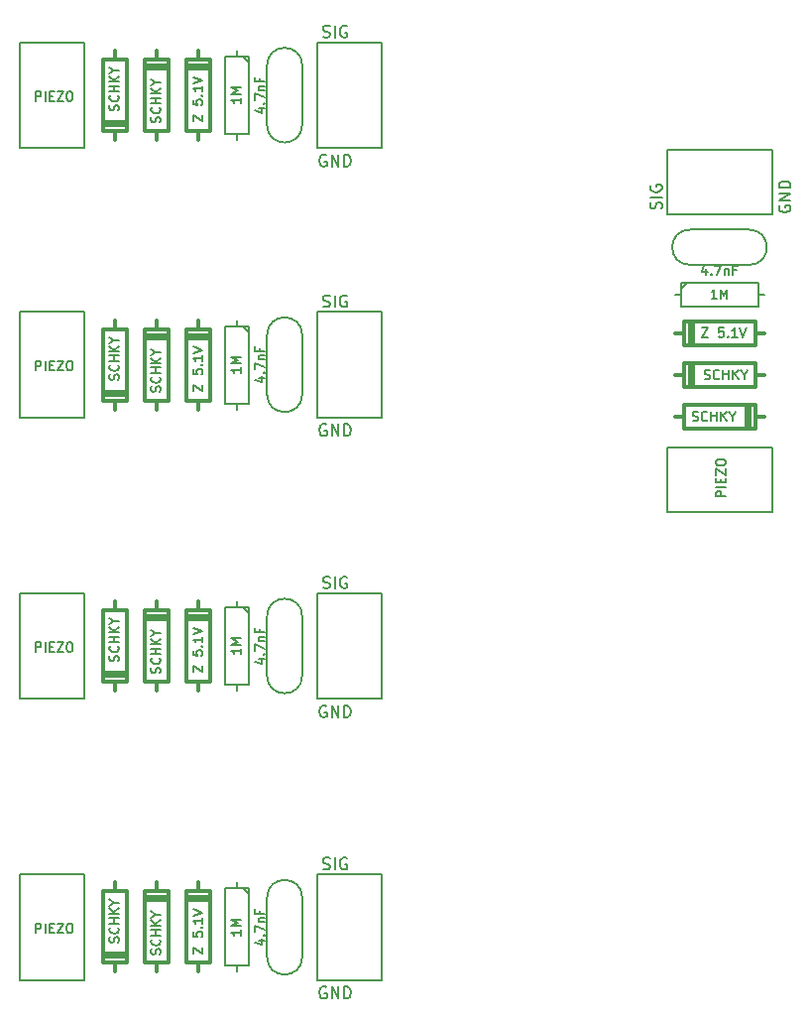
<source format=gto>
G04 (created by PCBNEW (2013-jul-07)-stable) date Sun 15 Mar 2015 20:22:26 GMT*
%MOIN*%
G04 Gerber Fmt 3.4, Leading zero omitted, Abs format*
%FSLAX34Y34*%
G01*
G70*
G90*
G04 APERTURE LIST*
%ADD10C,0.00590551*%
%ADD11C,0.00787402*%
%ADD12C,0.008*%
%ADD13C,0.012*%
G04 APERTURE END LIST*
G54D10*
G54D11*
X98959Y-63198D02*
X98978Y-63142D01*
X98978Y-63048D01*
X98959Y-63010D01*
X98940Y-62992D01*
X98903Y-62973D01*
X98865Y-62973D01*
X98828Y-62992D01*
X98809Y-63010D01*
X98790Y-63048D01*
X98772Y-63123D01*
X98753Y-63160D01*
X98734Y-63179D01*
X98697Y-63198D01*
X98659Y-63198D01*
X98622Y-63179D01*
X98603Y-63160D01*
X98584Y-63123D01*
X98584Y-63029D01*
X98603Y-62973D01*
X98978Y-62804D02*
X98584Y-62804D01*
X98603Y-62410D02*
X98584Y-62448D01*
X98584Y-62504D01*
X98603Y-62560D01*
X98640Y-62598D01*
X98678Y-62617D01*
X98753Y-62635D01*
X98809Y-62635D01*
X98884Y-62617D01*
X98922Y-62598D01*
X98959Y-62560D01*
X98978Y-62504D01*
X98978Y-62467D01*
X98959Y-62410D01*
X98940Y-62392D01*
X98809Y-62392D01*
X98809Y-62467D01*
X102934Y-63095D02*
X102915Y-63132D01*
X102915Y-63188D01*
X102934Y-63245D01*
X102971Y-63282D01*
X103008Y-63301D01*
X103083Y-63320D01*
X103140Y-63320D01*
X103215Y-63301D01*
X103252Y-63282D01*
X103290Y-63245D01*
X103308Y-63188D01*
X103308Y-63151D01*
X103290Y-63095D01*
X103271Y-63076D01*
X103140Y-63076D01*
X103140Y-63151D01*
X103308Y-62907D02*
X102915Y-62907D01*
X103308Y-62682D01*
X102915Y-62682D01*
X103308Y-62495D02*
X102915Y-62495D01*
X102915Y-62401D01*
X102934Y-62345D01*
X102971Y-62307D01*
X103008Y-62289D01*
X103083Y-62270D01*
X103140Y-62270D01*
X103215Y-62289D01*
X103252Y-62307D01*
X103290Y-62345D01*
X103308Y-62401D01*
X103308Y-62495D01*
X87692Y-89351D02*
X87654Y-89332D01*
X87598Y-89332D01*
X87542Y-89351D01*
X87504Y-89388D01*
X87485Y-89426D01*
X87467Y-89501D01*
X87467Y-89557D01*
X87485Y-89632D01*
X87504Y-89670D01*
X87542Y-89707D01*
X87598Y-89726D01*
X87635Y-89726D01*
X87692Y-89707D01*
X87710Y-89688D01*
X87710Y-89557D01*
X87635Y-89557D01*
X87879Y-89726D02*
X87879Y-89332D01*
X88104Y-89726D01*
X88104Y-89332D01*
X88292Y-89726D02*
X88292Y-89332D01*
X88385Y-89332D01*
X88442Y-89351D01*
X88479Y-89388D01*
X88498Y-89426D01*
X88517Y-89501D01*
X88517Y-89557D01*
X88498Y-89632D01*
X88479Y-89670D01*
X88442Y-89707D01*
X88385Y-89726D01*
X88292Y-89726D01*
X87589Y-85376D02*
X87645Y-85395D01*
X87739Y-85395D01*
X87776Y-85376D01*
X87795Y-85358D01*
X87814Y-85320D01*
X87814Y-85283D01*
X87795Y-85245D01*
X87776Y-85226D01*
X87739Y-85208D01*
X87664Y-85189D01*
X87626Y-85170D01*
X87607Y-85151D01*
X87589Y-85114D01*
X87589Y-85076D01*
X87607Y-85039D01*
X87626Y-85020D01*
X87664Y-85001D01*
X87757Y-85001D01*
X87814Y-85020D01*
X87982Y-85395D02*
X87982Y-85001D01*
X88376Y-85020D02*
X88338Y-85001D01*
X88282Y-85001D01*
X88226Y-85020D01*
X88188Y-85058D01*
X88170Y-85095D01*
X88151Y-85170D01*
X88151Y-85226D01*
X88170Y-85301D01*
X88188Y-85339D01*
X88226Y-85376D01*
X88282Y-85395D01*
X88320Y-85395D01*
X88376Y-85376D01*
X88395Y-85358D01*
X88395Y-85226D01*
X88320Y-85226D01*
X87589Y-75928D02*
X87645Y-75946D01*
X87739Y-75946D01*
X87776Y-75928D01*
X87795Y-75909D01*
X87814Y-75871D01*
X87814Y-75834D01*
X87795Y-75796D01*
X87776Y-75778D01*
X87739Y-75759D01*
X87664Y-75740D01*
X87626Y-75721D01*
X87607Y-75703D01*
X87589Y-75665D01*
X87589Y-75628D01*
X87607Y-75590D01*
X87626Y-75571D01*
X87664Y-75553D01*
X87757Y-75553D01*
X87814Y-75571D01*
X87982Y-75946D02*
X87982Y-75553D01*
X88376Y-75571D02*
X88338Y-75553D01*
X88282Y-75553D01*
X88226Y-75571D01*
X88188Y-75609D01*
X88170Y-75646D01*
X88151Y-75721D01*
X88151Y-75778D01*
X88170Y-75853D01*
X88188Y-75890D01*
X88226Y-75928D01*
X88282Y-75946D01*
X88320Y-75946D01*
X88376Y-75928D01*
X88395Y-75909D01*
X88395Y-75778D01*
X88320Y-75778D01*
X87692Y-79902D02*
X87654Y-79883D01*
X87598Y-79883D01*
X87542Y-79902D01*
X87504Y-79940D01*
X87485Y-79977D01*
X87467Y-80052D01*
X87467Y-80108D01*
X87485Y-80183D01*
X87504Y-80221D01*
X87542Y-80258D01*
X87598Y-80277D01*
X87635Y-80277D01*
X87692Y-80258D01*
X87710Y-80239D01*
X87710Y-80108D01*
X87635Y-80108D01*
X87879Y-80277D02*
X87879Y-79883D01*
X88104Y-80277D01*
X88104Y-79883D01*
X88292Y-80277D02*
X88292Y-79883D01*
X88385Y-79883D01*
X88442Y-79902D01*
X88479Y-79940D01*
X88498Y-79977D01*
X88517Y-80052D01*
X88517Y-80108D01*
X88498Y-80183D01*
X88479Y-80221D01*
X88442Y-80258D01*
X88385Y-80277D01*
X88292Y-80277D01*
X87692Y-70453D02*
X87654Y-70434D01*
X87598Y-70434D01*
X87542Y-70453D01*
X87504Y-70491D01*
X87485Y-70528D01*
X87467Y-70603D01*
X87467Y-70659D01*
X87485Y-70734D01*
X87504Y-70772D01*
X87542Y-70809D01*
X87598Y-70828D01*
X87635Y-70828D01*
X87692Y-70809D01*
X87710Y-70791D01*
X87710Y-70659D01*
X87635Y-70659D01*
X87879Y-70828D02*
X87879Y-70434D01*
X88104Y-70828D01*
X88104Y-70434D01*
X88292Y-70828D02*
X88292Y-70434D01*
X88385Y-70434D01*
X88442Y-70453D01*
X88479Y-70491D01*
X88498Y-70528D01*
X88517Y-70603D01*
X88517Y-70659D01*
X88498Y-70734D01*
X88479Y-70772D01*
X88442Y-70809D01*
X88385Y-70828D01*
X88292Y-70828D01*
X87589Y-66479D02*
X87645Y-66497D01*
X87739Y-66497D01*
X87776Y-66479D01*
X87795Y-66460D01*
X87814Y-66422D01*
X87814Y-66385D01*
X87795Y-66347D01*
X87776Y-66329D01*
X87739Y-66310D01*
X87664Y-66291D01*
X87626Y-66272D01*
X87607Y-66254D01*
X87589Y-66216D01*
X87589Y-66179D01*
X87607Y-66141D01*
X87626Y-66122D01*
X87664Y-66104D01*
X87757Y-66104D01*
X87814Y-66122D01*
X87982Y-66497D02*
X87982Y-66104D01*
X88376Y-66122D02*
X88338Y-66104D01*
X88282Y-66104D01*
X88226Y-66122D01*
X88188Y-66160D01*
X88170Y-66197D01*
X88151Y-66272D01*
X88151Y-66329D01*
X88170Y-66404D01*
X88188Y-66441D01*
X88226Y-66479D01*
X88282Y-66497D01*
X88320Y-66497D01*
X88376Y-66479D01*
X88395Y-66460D01*
X88395Y-66329D01*
X88320Y-66329D01*
X87589Y-57424D02*
X87645Y-57442D01*
X87739Y-57442D01*
X87776Y-57424D01*
X87795Y-57405D01*
X87814Y-57367D01*
X87814Y-57330D01*
X87795Y-57292D01*
X87776Y-57274D01*
X87739Y-57255D01*
X87664Y-57236D01*
X87626Y-57217D01*
X87607Y-57199D01*
X87589Y-57161D01*
X87589Y-57124D01*
X87607Y-57086D01*
X87626Y-57067D01*
X87664Y-57049D01*
X87757Y-57049D01*
X87814Y-57067D01*
X87982Y-57442D02*
X87982Y-57049D01*
X88376Y-57067D02*
X88338Y-57049D01*
X88282Y-57049D01*
X88226Y-57067D01*
X88188Y-57105D01*
X88170Y-57142D01*
X88151Y-57217D01*
X88151Y-57274D01*
X88170Y-57349D01*
X88188Y-57386D01*
X88226Y-57424D01*
X88282Y-57442D01*
X88320Y-57442D01*
X88376Y-57424D01*
X88395Y-57405D01*
X88395Y-57274D01*
X88320Y-57274D01*
X87692Y-61398D02*
X87654Y-61379D01*
X87598Y-61379D01*
X87542Y-61398D01*
X87504Y-61436D01*
X87485Y-61473D01*
X87467Y-61548D01*
X87467Y-61604D01*
X87485Y-61679D01*
X87504Y-61717D01*
X87542Y-61754D01*
X87598Y-61773D01*
X87635Y-61773D01*
X87692Y-61754D01*
X87710Y-61736D01*
X87710Y-61604D01*
X87635Y-61604D01*
X87879Y-61773D02*
X87879Y-61379D01*
X88104Y-61773D01*
X88104Y-61379D01*
X88292Y-61773D02*
X88292Y-61379D01*
X88385Y-61379D01*
X88442Y-61398D01*
X88479Y-61436D01*
X88498Y-61473D01*
X88517Y-61548D01*
X88517Y-61604D01*
X88498Y-61679D01*
X88479Y-61717D01*
X88442Y-61754D01*
X88385Y-61773D01*
X88292Y-61773D01*
G54D12*
X99417Y-66091D02*
X99617Y-66091D01*
X102417Y-66091D02*
X102217Y-66091D01*
X102217Y-66091D02*
X102217Y-65691D01*
X102217Y-65691D02*
X99617Y-65691D01*
X99617Y-65691D02*
X99617Y-66491D01*
X99617Y-66491D02*
X102217Y-66491D01*
X102217Y-66491D02*
X102217Y-66091D01*
X99617Y-65891D02*
X99817Y-65691D01*
G54D10*
X99145Y-71216D02*
X102688Y-71216D01*
X102688Y-71216D02*
X102688Y-73381D01*
X102688Y-73381D02*
X99145Y-73381D01*
X99145Y-73381D02*
X99145Y-71216D01*
X99145Y-61216D02*
X102688Y-61216D01*
X102688Y-61216D02*
X102688Y-63381D01*
X102688Y-63381D02*
X99145Y-63381D01*
X99145Y-63381D02*
X99145Y-61216D01*
X99917Y-65081D02*
X101917Y-65081D01*
X99917Y-63900D02*
X101917Y-63900D01*
X99917Y-63900D02*
G75*
G03X99917Y-65081I0J-590D01*
G74*
G01*
X101917Y-65081D02*
G75*
G03X101917Y-63900I0J590D01*
G74*
G01*
G54D13*
X102417Y-70191D02*
X102117Y-70191D01*
X102117Y-70191D02*
X102117Y-69791D01*
X102117Y-69791D02*
X99717Y-69791D01*
X99717Y-69791D02*
X99717Y-70191D01*
X99717Y-70191D02*
X99417Y-70191D01*
X99717Y-70191D02*
X99717Y-70591D01*
X99717Y-70591D02*
X102117Y-70591D01*
X102117Y-70591D02*
X102117Y-70191D01*
X101917Y-69791D02*
X101917Y-70591D01*
X101817Y-70591D02*
X101817Y-69791D01*
X99417Y-68791D02*
X99717Y-68791D01*
X99717Y-68791D02*
X99717Y-69191D01*
X99717Y-69191D02*
X102117Y-69191D01*
X102117Y-69191D02*
X102117Y-68791D01*
X102117Y-68791D02*
X102417Y-68791D01*
X102117Y-68791D02*
X102117Y-68391D01*
X102117Y-68391D02*
X99717Y-68391D01*
X99717Y-68391D02*
X99717Y-68791D01*
X99917Y-69191D02*
X99917Y-68391D01*
X100017Y-68391D02*
X100017Y-69191D01*
X99417Y-67391D02*
X99717Y-67391D01*
X99717Y-67391D02*
X99717Y-67791D01*
X99717Y-67791D02*
X102117Y-67791D01*
X102117Y-67791D02*
X102117Y-67391D01*
X102117Y-67391D02*
X102417Y-67391D01*
X102117Y-67391D02*
X102117Y-66991D01*
X102117Y-66991D02*
X99717Y-66991D01*
X99717Y-66991D02*
X99717Y-67391D01*
X99917Y-67791D02*
X99917Y-66991D01*
X100017Y-66991D02*
X100017Y-67791D01*
X83396Y-85834D02*
X83396Y-86134D01*
X83396Y-86134D02*
X82996Y-86134D01*
X82996Y-86134D02*
X82996Y-88534D01*
X82996Y-88534D02*
X83396Y-88534D01*
X83396Y-88534D02*
X83396Y-88834D01*
X83396Y-88534D02*
X83796Y-88534D01*
X83796Y-88534D02*
X83796Y-86134D01*
X83796Y-86134D02*
X83396Y-86134D01*
X82996Y-86334D02*
X83796Y-86334D01*
X83796Y-86434D02*
X82996Y-86434D01*
X81996Y-85834D02*
X81996Y-86134D01*
X81996Y-86134D02*
X81596Y-86134D01*
X81596Y-86134D02*
X81596Y-88534D01*
X81596Y-88534D02*
X81996Y-88534D01*
X81996Y-88534D02*
X81996Y-88834D01*
X81996Y-88534D02*
X82396Y-88534D01*
X82396Y-88534D02*
X82396Y-86134D01*
X82396Y-86134D02*
X81996Y-86134D01*
X81596Y-86334D02*
X82396Y-86334D01*
X82396Y-86434D02*
X81596Y-86434D01*
X80596Y-88834D02*
X80596Y-88534D01*
X80596Y-88534D02*
X80996Y-88534D01*
X80996Y-88534D02*
X80996Y-86134D01*
X80996Y-86134D02*
X80596Y-86134D01*
X80596Y-86134D02*
X80596Y-85834D01*
X80596Y-86134D02*
X80196Y-86134D01*
X80196Y-86134D02*
X80196Y-88534D01*
X80196Y-88534D02*
X80596Y-88534D01*
X80996Y-88334D02*
X80196Y-88334D01*
X80196Y-88234D02*
X80996Y-88234D01*
G54D10*
X85705Y-86334D02*
X85705Y-88334D01*
X86886Y-86334D02*
X86886Y-88334D01*
X86886Y-86334D02*
G75*
G03X85705Y-86334I-590J0D01*
G74*
G01*
X85705Y-88334D02*
G75*
G03X86886Y-88334I590J0D01*
G74*
G01*
X89570Y-85562D02*
X89570Y-89106D01*
X89570Y-89106D02*
X87405Y-89106D01*
X87405Y-89106D02*
X87405Y-85562D01*
X87405Y-85562D02*
X89570Y-85562D01*
X79570Y-85562D02*
X79570Y-89106D01*
X79570Y-89106D02*
X77405Y-89106D01*
X77405Y-89106D02*
X77405Y-85562D01*
X77405Y-85562D02*
X79570Y-85562D01*
G54D12*
X84696Y-85834D02*
X84696Y-86034D01*
X84696Y-88834D02*
X84696Y-88634D01*
X84696Y-88634D02*
X85096Y-88634D01*
X85096Y-88634D02*
X85096Y-86034D01*
X85096Y-86034D02*
X84296Y-86034D01*
X84296Y-86034D02*
X84296Y-88634D01*
X84296Y-88634D02*
X84696Y-88634D01*
X84896Y-86034D02*
X85096Y-86234D01*
X84696Y-76385D02*
X84696Y-76585D01*
X84696Y-79385D02*
X84696Y-79185D01*
X84696Y-79185D02*
X85096Y-79185D01*
X85096Y-79185D02*
X85096Y-76585D01*
X85096Y-76585D02*
X84296Y-76585D01*
X84296Y-76585D02*
X84296Y-79185D01*
X84296Y-79185D02*
X84696Y-79185D01*
X84896Y-76585D02*
X85096Y-76785D01*
G54D10*
X79570Y-76114D02*
X79570Y-79657D01*
X79570Y-79657D02*
X77405Y-79657D01*
X77405Y-79657D02*
X77405Y-76114D01*
X77405Y-76114D02*
X79570Y-76114D01*
X89570Y-76114D02*
X89570Y-79657D01*
X89570Y-79657D02*
X87405Y-79657D01*
X87405Y-79657D02*
X87405Y-76114D01*
X87405Y-76114D02*
X89570Y-76114D01*
X85705Y-76885D02*
X85705Y-78885D01*
X86886Y-76885D02*
X86886Y-78885D01*
X86886Y-76885D02*
G75*
G03X85705Y-76885I-590J0D01*
G74*
G01*
X85705Y-78885D02*
G75*
G03X86886Y-78885I590J0D01*
G74*
G01*
G54D13*
X80596Y-79385D02*
X80596Y-79085D01*
X80596Y-79085D02*
X80996Y-79085D01*
X80996Y-79085D02*
X80996Y-76685D01*
X80996Y-76685D02*
X80596Y-76685D01*
X80596Y-76685D02*
X80596Y-76385D01*
X80596Y-76685D02*
X80196Y-76685D01*
X80196Y-76685D02*
X80196Y-79085D01*
X80196Y-79085D02*
X80596Y-79085D01*
X80996Y-78885D02*
X80196Y-78885D01*
X80196Y-78785D02*
X80996Y-78785D01*
X81996Y-76385D02*
X81996Y-76685D01*
X81996Y-76685D02*
X81596Y-76685D01*
X81596Y-76685D02*
X81596Y-79085D01*
X81596Y-79085D02*
X81996Y-79085D01*
X81996Y-79085D02*
X81996Y-79385D01*
X81996Y-79085D02*
X82396Y-79085D01*
X82396Y-79085D02*
X82396Y-76685D01*
X82396Y-76685D02*
X81996Y-76685D01*
X81596Y-76885D02*
X82396Y-76885D01*
X82396Y-76985D02*
X81596Y-76985D01*
X83396Y-76385D02*
X83396Y-76685D01*
X83396Y-76685D02*
X82996Y-76685D01*
X82996Y-76685D02*
X82996Y-79085D01*
X82996Y-79085D02*
X83396Y-79085D01*
X83396Y-79085D02*
X83396Y-79385D01*
X83396Y-79085D02*
X83796Y-79085D01*
X83796Y-79085D02*
X83796Y-76685D01*
X83796Y-76685D02*
X83396Y-76685D01*
X82996Y-76885D02*
X83796Y-76885D01*
X83796Y-76985D02*
X82996Y-76985D01*
X83396Y-66937D02*
X83396Y-67237D01*
X83396Y-67237D02*
X82996Y-67237D01*
X82996Y-67237D02*
X82996Y-69637D01*
X82996Y-69637D02*
X83396Y-69637D01*
X83396Y-69637D02*
X83396Y-69937D01*
X83396Y-69637D02*
X83796Y-69637D01*
X83796Y-69637D02*
X83796Y-67237D01*
X83796Y-67237D02*
X83396Y-67237D01*
X82996Y-67437D02*
X83796Y-67437D01*
X83796Y-67537D02*
X82996Y-67537D01*
X81996Y-66937D02*
X81996Y-67237D01*
X81996Y-67237D02*
X81596Y-67237D01*
X81596Y-67237D02*
X81596Y-69637D01*
X81596Y-69637D02*
X81996Y-69637D01*
X81996Y-69637D02*
X81996Y-69937D01*
X81996Y-69637D02*
X82396Y-69637D01*
X82396Y-69637D02*
X82396Y-67237D01*
X82396Y-67237D02*
X81996Y-67237D01*
X81596Y-67437D02*
X82396Y-67437D01*
X82396Y-67537D02*
X81596Y-67537D01*
X80596Y-69937D02*
X80596Y-69637D01*
X80596Y-69637D02*
X80996Y-69637D01*
X80996Y-69637D02*
X80996Y-67237D01*
X80996Y-67237D02*
X80596Y-67237D01*
X80596Y-67237D02*
X80596Y-66937D01*
X80596Y-67237D02*
X80196Y-67237D01*
X80196Y-67237D02*
X80196Y-69637D01*
X80196Y-69637D02*
X80596Y-69637D01*
X80996Y-69437D02*
X80196Y-69437D01*
X80196Y-69337D02*
X80996Y-69337D01*
G54D10*
X85705Y-67437D02*
X85705Y-69437D01*
X86886Y-67437D02*
X86886Y-69437D01*
X86886Y-67437D02*
G75*
G03X85705Y-67437I-590J0D01*
G74*
G01*
X85705Y-69437D02*
G75*
G03X86886Y-69437I590J0D01*
G74*
G01*
X89570Y-66665D02*
X89570Y-70208D01*
X89570Y-70208D02*
X87405Y-70208D01*
X87405Y-70208D02*
X87405Y-66665D01*
X87405Y-66665D02*
X89570Y-66665D01*
X79570Y-66665D02*
X79570Y-70208D01*
X79570Y-70208D02*
X77405Y-70208D01*
X77405Y-70208D02*
X77405Y-66665D01*
X77405Y-66665D02*
X79570Y-66665D01*
G54D12*
X84696Y-66937D02*
X84696Y-67137D01*
X84696Y-69937D02*
X84696Y-69737D01*
X84696Y-69737D02*
X85096Y-69737D01*
X85096Y-69737D02*
X85096Y-67137D01*
X85096Y-67137D02*
X84296Y-67137D01*
X84296Y-67137D02*
X84296Y-69737D01*
X84296Y-69737D02*
X84696Y-69737D01*
X84896Y-67137D02*
X85096Y-67337D01*
X84696Y-57881D02*
X84696Y-58081D01*
X84696Y-60881D02*
X84696Y-60681D01*
X84696Y-60681D02*
X85096Y-60681D01*
X85096Y-60681D02*
X85096Y-58081D01*
X85096Y-58081D02*
X84296Y-58081D01*
X84296Y-58081D02*
X84296Y-60681D01*
X84296Y-60681D02*
X84696Y-60681D01*
X84896Y-58081D02*
X85096Y-58281D01*
G54D10*
X79570Y-57610D02*
X79570Y-61153D01*
X79570Y-61153D02*
X77405Y-61153D01*
X77405Y-61153D02*
X77405Y-57610D01*
X77405Y-57610D02*
X79570Y-57610D01*
X89570Y-57610D02*
X89570Y-61153D01*
X89570Y-61153D02*
X87405Y-61153D01*
X87405Y-61153D02*
X87405Y-57610D01*
X87405Y-57610D02*
X89570Y-57610D01*
X85705Y-58381D02*
X85705Y-60381D01*
X86886Y-58381D02*
X86886Y-60381D01*
X86886Y-58381D02*
G75*
G03X85705Y-58381I-590J0D01*
G74*
G01*
X85705Y-60381D02*
G75*
G03X86886Y-60381I590J0D01*
G74*
G01*
G54D13*
X80596Y-60881D02*
X80596Y-60581D01*
X80596Y-60581D02*
X80996Y-60581D01*
X80996Y-60581D02*
X80996Y-58181D01*
X80996Y-58181D02*
X80596Y-58181D01*
X80596Y-58181D02*
X80596Y-57881D01*
X80596Y-58181D02*
X80196Y-58181D01*
X80196Y-58181D02*
X80196Y-60581D01*
X80196Y-60581D02*
X80596Y-60581D01*
X80996Y-60381D02*
X80196Y-60381D01*
X80196Y-60281D02*
X80996Y-60281D01*
X81996Y-57881D02*
X81996Y-58181D01*
X81996Y-58181D02*
X81596Y-58181D01*
X81596Y-58181D02*
X81596Y-60581D01*
X81596Y-60581D02*
X81996Y-60581D01*
X81996Y-60581D02*
X81996Y-60881D01*
X81996Y-60581D02*
X82396Y-60581D01*
X82396Y-60581D02*
X82396Y-58181D01*
X82396Y-58181D02*
X81996Y-58181D01*
X81596Y-58381D02*
X82396Y-58381D01*
X82396Y-58481D02*
X81596Y-58481D01*
X83396Y-57881D02*
X83396Y-58181D01*
X83396Y-58181D02*
X82996Y-58181D01*
X82996Y-58181D02*
X82996Y-60581D01*
X82996Y-60581D02*
X83396Y-60581D01*
X83396Y-60581D02*
X83396Y-60881D01*
X83396Y-60581D02*
X83796Y-60581D01*
X83796Y-60581D02*
X83796Y-58181D01*
X83796Y-58181D02*
X83396Y-58181D01*
X82996Y-58381D02*
X83796Y-58381D01*
X83796Y-58481D02*
X82996Y-58481D01*
G54D10*
X100827Y-66218D02*
X100647Y-66218D01*
X100737Y-66218D02*
X100737Y-65903D01*
X100707Y-65948D01*
X100677Y-65978D01*
X100647Y-65993D01*
X100962Y-66218D02*
X100962Y-65903D01*
X101067Y-66128D01*
X101172Y-65903D01*
X101172Y-66218D01*
X101111Y-72859D02*
X100796Y-72859D01*
X100796Y-72739D01*
X100811Y-72709D01*
X100826Y-72694D01*
X100856Y-72679D01*
X100901Y-72679D01*
X100931Y-72694D01*
X100946Y-72709D01*
X100961Y-72739D01*
X100961Y-72859D01*
X101111Y-72544D02*
X100796Y-72544D01*
X100946Y-72394D02*
X100946Y-72289D01*
X101111Y-72244D02*
X101111Y-72394D01*
X100796Y-72394D01*
X100796Y-72244D01*
X100796Y-72139D02*
X100796Y-71929D01*
X101111Y-72139D01*
X101111Y-71929D01*
X100796Y-71749D02*
X100796Y-71689D01*
X100811Y-71659D01*
X100841Y-71629D01*
X100901Y-71614D01*
X101006Y-71614D01*
X101066Y-71629D01*
X101096Y-71659D01*
X101111Y-71689D01*
X101111Y-71749D01*
X101096Y-71779D01*
X101066Y-71809D01*
X101006Y-71824D01*
X100901Y-71824D01*
X100841Y-71809D01*
X100811Y-71779D01*
X100796Y-71749D01*
X100474Y-65208D02*
X100474Y-65418D01*
X100399Y-65088D02*
X100324Y-65313D01*
X100519Y-65313D01*
X100639Y-65388D02*
X100654Y-65403D01*
X100639Y-65418D01*
X100624Y-65403D01*
X100639Y-65388D01*
X100639Y-65418D01*
X100759Y-65103D02*
X100969Y-65103D01*
X100834Y-65418D01*
X101089Y-65208D02*
X101089Y-65418D01*
X101089Y-65238D02*
X101104Y-65223D01*
X101134Y-65208D01*
X101179Y-65208D01*
X101209Y-65223D01*
X101224Y-65253D01*
X101224Y-65418D01*
X101479Y-65253D02*
X101374Y-65253D01*
X101374Y-65418D02*
X101374Y-65103D01*
X101524Y-65103D01*
G54D11*
X100012Y-70303D02*
X100057Y-70318D01*
X100132Y-70318D01*
X100162Y-70303D01*
X100177Y-70288D01*
X100192Y-70258D01*
X100192Y-70228D01*
X100177Y-70198D01*
X100162Y-70183D01*
X100132Y-70168D01*
X100072Y-70153D01*
X100042Y-70138D01*
X100027Y-70123D01*
X100012Y-70093D01*
X100012Y-70063D01*
X100027Y-70033D01*
X100042Y-70018D01*
X100072Y-70003D01*
X100147Y-70003D01*
X100192Y-70018D01*
X100507Y-70288D02*
X100492Y-70303D01*
X100447Y-70318D01*
X100417Y-70318D01*
X100372Y-70303D01*
X100342Y-70273D01*
X100327Y-70243D01*
X100312Y-70183D01*
X100312Y-70138D01*
X100327Y-70078D01*
X100342Y-70048D01*
X100372Y-70018D01*
X100417Y-70003D01*
X100447Y-70003D01*
X100492Y-70018D01*
X100507Y-70033D01*
X100642Y-70318D02*
X100642Y-70003D01*
X100642Y-70153D02*
X100822Y-70153D01*
X100822Y-70318D02*
X100822Y-70003D01*
X100972Y-70318D02*
X100972Y-70003D01*
X101152Y-70318D02*
X101017Y-70138D01*
X101152Y-70003D02*
X100972Y-70183D01*
X101347Y-70168D02*
X101347Y-70318D01*
X101242Y-70003D02*
X101347Y-70168D01*
X101452Y-70003D01*
X100412Y-68903D02*
X100457Y-68918D01*
X100532Y-68918D01*
X100562Y-68903D01*
X100577Y-68888D01*
X100592Y-68858D01*
X100592Y-68828D01*
X100577Y-68798D01*
X100562Y-68783D01*
X100532Y-68768D01*
X100472Y-68753D01*
X100442Y-68738D01*
X100427Y-68723D01*
X100412Y-68693D01*
X100412Y-68663D01*
X100427Y-68633D01*
X100442Y-68618D01*
X100472Y-68603D01*
X100547Y-68603D01*
X100592Y-68618D01*
X100907Y-68888D02*
X100892Y-68903D01*
X100847Y-68918D01*
X100817Y-68918D01*
X100772Y-68903D01*
X100742Y-68873D01*
X100727Y-68843D01*
X100712Y-68783D01*
X100712Y-68738D01*
X100727Y-68678D01*
X100742Y-68648D01*
X100772Y-68618D01*
X100817Y-68603D01*
X100847Y-68603D01*
X100892Y-68618D01*
X100907Y-68633D01*
X101042Y-68918D02*
X101042Y-68603D01*
X101042Y-68753D02*
X101222Y-68753D01*
X101222Y-68918D02*
X101222Y-68603D01*
X101372Y-68918D02*
X101372Y-68603D01*
X101552Y-68918D02*
X101417Y-68738D01*
X101552Y-68603D02*
X101372Y-68783D01*
X101747Y-68768D02*
X101747Y-68918D01*
X101642Y-68603D02*
X101747Y-68768D01*
X101852Y-68603D01*
G54D10*
X100328Y-67199D02*
X100538Y-67199D01*
X100328Y-67514D01*
X100538Y-67514D01*
X101047Y-67199D02*
X100898Y-67199D01*
X100883Y-67349D01*
X100898Y-67334D01*
X100928Y-67319D01*
X101003Y-67319D01*
X101032Y-67334D01*
X101047Y-67349D01*
X101062Y-67379D01*
X101062Y-67454D01*
X101047Y-67484D01*
X101032Y-67499D01*
X101003Y-67514D01*
X100928Y-67514D01*
X100898Y-67499D01*
X100883Y-67484D01*
X101197Y-67484D02*
X101212Y-67499D01*
X101197Y-67514D01*
X101182Y-67499D01*
X101197Y-67484D01*
X101197Y-67514D01*
X101512Y-67514D02*
X101332Y-67514D01*
X101422Y-67514D02*
X101422Y-67199D01*
X101392Y-67244D01*
X101362Y-67274D01*
X101332Y-67289D01*
X101602Y-67199D02*
X101707Y-67514D01*
X101812Y-67199D01*
X83212Y-88215D02*
X83212Y-88005D01*
X83527Y-88215D01*
X83527Y-88005D01*
X83212Y-87495D02*
X83212Y-87645D01*
X83362Y-87660D01*
X83347Y-87645D01*
X83332Y-87615D01*
X83332Y-87540D01*
X83347Y-87510D01*
X83362Y-87495D01*
X83392Y-87480D01*
X83467Y-87480D01*
X83497Y-87495D01*
X83512Y-87510D01*
X83527Y-87540D01*
X83527Y-87615D01*
X83512Y-87645D01*
X83497Y-87660D01*
X83497Y-87345D02*
X83512Y-87330D01*
X83527Y-87345D01*
X83512Y-87360D01*
X83497Y-87345D01*
X83527Y-87345D01*
X83527Y-87030D02*
X83527Y-87210D01*
X83527Y-87120D02*
X83212Y-87120D01*
X83257Y-87150D01*
X83287Y-87180D01*
X83302Y-87210D01*
X83212Y-86940D02*
X83527Y-86835D01*
X83212Y-86730D01*
G54D11*
X82108Y-88239D02*
X82123Y-88194D01*
X82123Y-88119D01*
X82108Y-88089D01*
X82093Y-88074D01*
X82063Y-88059D01*
X82033Y-88059D01*
X82003Y-88074D01*
X81988Y-88089D01*
X81973Y-88119D01*
X81958Y-88179D01*
X81943Y-88209D01*
X81928Y-88224D01*
X81898Y-88239D01*
X81868Y-88239D01*
X81838Y-88224D01*
X81823Y-88209D01*
X81808Y-88179D01*
X81808Y-88104D01*
X81823Y-88059D01*
X82093Y-87744D02*
X82108Y-87759D01*
X82123Y-87804D01*
X82123Y-87834D01*
X82108Y-87879D01*
X82078Y-87909D01*
X82048Y-87924D01*
X81988Y-87939D01*
X81943Y-87939D01*
X81883Y-87924D01*
X81853Y-87909D01*
X81823Y-87879D01*
X81808Y-87834D01*
X81808Y-87804D01*
X81823Y-87759D01*
X81838Y-87744D01*
X82123Y-87609D02*
X81808Y-87609D01*
X81958Y-87609D02*
X81958Y-87429D01*
X82123Y-87429D02*
X81808Y-87429D01*
X82123Y-87279D02*
X81808Y-87279D01*
X82123Y-87099D02*
X81943Y-87234D01*
X81808Y-87099D02*
X81988Y-87279D01*
X81973Y-86904D02*
X82123Y-86904D01*
X81808Y-87009D02*
X81973Y-86904D01*
X81808Y-86799D01*
X80708Y-87839D02*
X80723Y-87794D01*
X80723Y-87719D01*
X80708Y-87689D01*
X80693Y-87674D01*
X80663Y-87659D01*
X80633Y-87659D01*
X80603Y-87674D01*
X80588Y-87689D01*
X80573Y-87719D01*
X80558Y-87779D01*
X80543Y-87809D01*
X80528Y-87824D01*
X80498Y-87839D01*
X80468Y-87839D01*
X80438Y-87824D01*
X80423Y-87809D01*
X80408Y-87779D01*
X80408Y-87704D01*
X80423Y-87659D01*
X80693Y-87344D02*
X80708Y-87359D01*
X80723Y-87404D01*
X80723Y-87434D01*
X80708Y-87479D01*
X80678Y-87509D01*
X80648Y-87524D01*
X80588Y-87539D01*
X80543Y-87539D01*
X80483Y-87524D01*
X80453Y-87509D01*
X80423Y-87479D01*
X80408Y-87434D01*
X80408Y-87404D01*
X80423Y-87359D01*
X80438Y-87344D01*
X80723Y-87209D02*
X80408Y-87209D01*
X80558Y-87209D02*
X80558Y-87029D01*
X80723Y-87029D02*
X80408Y-87029D01*
X80723Y-86879D02*
X80408Y-86879D01*
X80723Y-86699D02*
X80543Y-86834D01*
X80408Y-86699D02*
X80588Y-86879D01*
X80573Y-86504D02*
X80723Y-86504D01*
X80408Y-86609D02*
X80573Y-86504D01*
X80408Y-86399D01*
G54D10*
X85413Y-87777D02*
X85623Y-87777D01*
X85293Y-87852D02*
X85518Y-87927D01*
X85518Y-87732D01*
X85593Y-87612D02*
X85608Y-87597D01*
X85623Y-87612D01*
X85608Y-87627D01*
X85593Y-87612D01*
X85623Y-87612D01*
X85308Y-87492D02*
X85308Y-87282D01*
X85623Y-87417D01*
X85413Y-87162D02*
X85623Y-87162D01*
X85443Y-87162D02*
X85428Y-87147D01*
X85413Y-87117D01*
X85413Y-87072D01*
X85428Y-87042D01*
X85458Y-87027D01*
X85623Y-87027D01*
X85458Y-86772D02*
X85458Y-86877D01*
X85623Y-86877D02*
X85308Y-86877D01*
X85308Y-86727D01*
X77928Y-87529D02*
X77928Y-87214D01*
X78048Y-87214D01*
X78078Y-87229D01*
X78093Y-87244D01*
X78108Y-87274D01*
X78108Y-87319D01*
X78093Y-87349D01*
X78078Y-87364D01*
X78048Y-87379D01*
X77928Y-87379D01*
X78243Y-87529D02*
X78243Y-87214D01*
X78393Y-87364D02*
X78498Y-87364D01*
X78543Y-87529D02*
X78393Y-87529D01*
X78393Y-87214D01*
X78543Y-87214D01*
X78648Y-87214D02*
X78858Y-87214D01*
X78648Y-87529D01*
X78858Y-87529D01*
X79038Y-87214D02*
X79098Y-87214D01*
X79128Y-87229D01*
X79158Y-87259D01*
X79173Y-87319D01*
X79173Y-87424D01*
X79158Y-87484D01*
X79128Y-87514D01*
X79098Y-87529D01*
X79038Y-87529D01*
X79008Y-87514D01*
X78978Y-87484D01*
X78963Y-87424D01*
X78963Y-87319D01*
X78978Y-87259D01*
X79008Y-87229D01*
X79038Y-87214D01*
X84823Y-87424D02*
X84823Y-87604D01*
X84823Y-87514D02*
X84508Y-87514D01*
X84553Y-87544D01*
X84583Y-87574D01*
X84598Y-87604D01*
X84823Y-87289D02*
X84508Y-87289D01*
X84733Y-87184D01*
X84508Y-87079D01*
X84823Y-87079D01*
X84823Y-77975D02*
X84823Y-78155D01*
X84823Y-78065D02*
X84508Y-78065D01*
X84553Y-78095D01*
X84583Y-78125D01*
X84598Y-78155D01*
X84823Y-77840D02*
X84508Y-77840D01*
X84733Y-77735D01*
X84508Y-77630D01*
X84823Y-77630D01*
X77928Y-78080D02*
X77928Y-77765D01*
X78048Y-77765D01*
X78078Y-77780D01*
X78093Y-77795D01*
X78108Y-77825D01*
X78108Y-77870D01*
X78093Y-77900D01*
X78078Y-77915D01*
X78048Y-77930D01*
X77928Y-77930D01*
X78243Y-78080D02*
X78243Y-77765D01*
X78393Y-77915D02*
X78498Y-77915D01*
X78543Y-78080D02*
X78393Y-78080D01*
X78393Y-77765D01*
X78543Y-77765D01*
X78648Y-77765D02*
X78858Y-77765D01*
X78648Y-78080D01*
X78858Y-78080D01*
X79038Y-77765D02*
X79098Y-77765D01*
X79128Y-77780D01*
X79158Y-77810D01*
X79173Y-77870D01*
X79173Y-77975D01*
X79158Y-78035D01*
X79128Y-78065D01*
X79098Y-78080D01*
X79038Y-78080D01*
X79008Y-78065D01*
X78978Y-78035D01*
X78963Y-77975D01*
X78963Y-77870D01*
X78978Y-77810D01*
X79008Y-77780D01*
X79038Y-77765D01*
X85413Y-78328D02*
X85623Y-78328D01*
X85293Y-78403D02*
X85518Y-78478D01*
X85518Y-78283D01*
X85593Y-78163D02*
X85608Y-78148D01*
X85623Y-78163D01*
X85608Y-78178D01*
X85593Y-78163D01*
X85623Y-78163D01*
X85308Y-78043D02*
X85308Y-77833D01*
X85623Y-77968D01*
X85413Y-77713D02*
X85623Y-77713D01*
X85443Y-77713D02*
X85428Y-77698D01*
X85413Y-77668D01*
X85413Y-77623D01*
X85428Y-77593D01*
X85458Y-77578D01*
X85623Y-77578D01*
X85458Y-77323D02*
X85458Y-77428D01*
X85623Y-77428D02*
X85308Y-77428D01*
X85308Y-77278D01*
G54D11*
X80708Y-78390D02*
X80723Y-78345D01*
X80723Y-78270D01*
X80708Y-78240D01*
X80693Y-78225D01*
X80663Y-78210D01*
X80633Y-78210D01*
X80603Y-78225D01*
X80588Y-78240D01*
X80573Y-78270D01*
X80558Y-78330D01*
X80543Y-78360D01*
X80528Y-78375D01*
X80498Y-78390D01*
X80468Y-78390D01*
X80438Y-78375D01*
X80423Y-78360D01*
X80408Y-78330D01*
X80408Y-78255D01*
X80423Y-78210D01*
X80693Y-77895D02*
X80708Y-77910D01*
X80723Y-77955D01*
X80723Y-77985D01*
X80708Y-78030D01*
X80678Y-78060D01*
X80648Y-78075D01*
X80588Y-78090D01*
X80543Y-78090D01*
X80483Y-78075D01*
X80453Y-78060D01*
X80423Y-78030D01*
X80408Y-77985D01*
X80408Y-77955D01*
X80423Y-77910D01*
X80438Y-77895D01*
X80723Y-77760D02*
X80408Y-77760D01*
X80558Y-77760D02*
X80558Y-77580D01*
X80723Y-77580D02*
X80408Y-77580D01*
X80723Y-77430D02*
X80408Y-77430D01*
X80723Y-77250D02*
X80543Y-77385D01*
X80408Y-77250D02*
X80588Y-77430D01*
X80573Y-77055D02*
X80723Y-77055D01*
X80408Y-77160D02*
X80573Y-77055D01*
X80408Y-76950D01*
X82108Y-78790D02*
X82123Y-78745D01*
X82123Y-78670D01*
X82108Y-78640D01*
X82093Y-78625D01*
X82063Y-78610D01*
X82033Y-78610D01*
X82003Y-78625D01*
X81988Y-78640D01*
X81973Y-78670D01*
X81958Y-78730D01*
X81943Y-78760D01*
X81928Y-78775D01*
X81898Y-78790D01*
X81868Y-78790D01*
X81838Y-78775D01*
X81823Y-78760D01*
X81808Y-78730D01*
X81808Y-78655D01*
X81823Y-78610D01*
X82093Y-78295D02*
X82108Y-78310D01*
X82123Y-78355D01*
X82123Y-78385D01*
X82108Y-78430D01*
X82078Y-78460D01*
X82048Y-78475D01*
X81988Y-78490D01*
X81943Y-78490D01*
X81883Y-78475D01*
X81853Y-78460D01*
X81823Y-78430D01*
X81808Y-78385D01*
X81808Y-78355D01*
X81823Y-78310D01*
X81838Y-78295D01*
X82123Y-78160D02*
X81808Y-78160D01*
X81958Y-78160D02*
X81958Y-77980D01*
X82123Y-77980D02*
X81808Y-77980D01*
X82123Y-77830D02*
X81808Y-77830D01*
X82123Y-77650D02*
X81943Y-77785D01*
X81808Y-77650D02*
X81988Y-77830D01*
X81973Y-77455D02*
X82123Y-77455D01*
X81808Y-77560D02*
X81973Y-77455D01*
X81808Y-77350D01*
G54D10*
X83212Y-78766D02*
X83212Y-78556D01*
X83527Y-78766D01*
X83527Y-78556D01*
X83212Y-78046D02*
X83212Y-78196D01*
X83362Y-78211D01*
X83347Y-78196D01*
X83332Y-78166D01*
X83332Y-78091D01*
X83347Y-78061D01*
X83362Y-78046D01*
X83392Y-78031D01*
X83467Y-78031D01*
X83497Y-78046D01*
X83512Y-78061D01*
X83527Y-78091D01*
X83527Y-78166D01*
X83512Y-78196D01*
X83497Y-78211D01*
X83497Y-77896D02*
X83512Y-77881D01*
X83527Y-77896D01*
X83512Y-77911D01*
X83497Y-77896D01*
X83527Y-77896D01*
X83527Y-77581D02*
X83527Y-77761D01*
X83527Y-77671D02*
X83212Y-77671D01*
X83257Y-77701D01*
X83287Y-77731D01*
X83302Y-77761D01*
X83212Y-77491D02*
X83527Y-77386D01*
X83212Y-77281D01*
X83212Y-69317D02*
X83212Y-69107D01*
X83527Y-69317D01*
X83527Y-69107D01*
X83212Y-68597D02*
X83212Y-68747D01*
X83362Y-68762D01*
X83347Y-68747D01*
X83332Y-68717D01*
X83332Y-68642D01*
X83347Y-68612D01*
X83362Y-68597D01*
X83392Y-68582D01*
X83467Y-68582D01*
X83497Y-68597D01*
X83512Y-68612D01*
X83527Y-68642D01*
X83527Y-68717D01*
X83512Y-68747D01*
X83497Y-68762D01*
X83497Y-68447D02*
X83512Y-68432D01*
X83527Y-68447D01*
X83512Y-68462D01*
X83497Y-68447D01*
X83527Y-68447D01*
X83527Y-68132D02*
X83527Y-68312D01*
X83527Y-68222D02*
X83212Y-68222D01*
X83257Y-68252D01*
X83287Y-68282D01*
X83302Y-68312D01*
X83212Y-68042D02*
X83527Y-67937D01*
X83212Y-67832D01*
G54D11*
X82108Y-69341D02*
X82123Y-69296D01*
X82123Y-69221D01*
X82108Y-69191D01*
X82093Y-69176D01*
X82063Y-69161D01*
X82033Y-69161D01*
X82003Y-69176D01*
X81988Y-69191D01*
X81973Y-69221D01*
X81958Y-69281D01*
X81943Y-69311D01*
X81928Y-69326D01*
X81898Y-69341D01*
X81868Y-69341D01*
X81838Y-69326D01*
X81823Y-69311D01*
X81808Y-69281D01*
X81808Y-69206D01*
X81823Y-69161D01*
X82093Y-68846D02*
X82108Y-68861D01*
X82123Y-68906D01*
X82123Y-68936D01*
X82108Y-68981D01*
X82078Y-69011D01*
X82048Y-69026D01*
X81988Y-69041D01*
X81943Y-69041D01*
X81883Y-69026D01*
X81853Y-69011D01*
X81823Y-68981D01*
X81808Y-68936D01*
X81808Y-68906D01*
X81823Y-68861D01*
X81838Y-68846D01*
X82123Y-68711D02*
X81808Y-68711D01*
X81958Y-68711D02*
X81958Y-68532D01*
X82123Y-68532D02*
X81808Y-68532D01*
X82123Y-68382D02*
X81808Y-68382D01*
X82123Y-68202D02*
X81943Y-68337D01*
X81808Y-68202D02*
X81988Y-68382D01*
X81973Y-68007D02*
X82123Y-68007D01*
X81808Y-68112D02*
X81973Y-68007D01*
X81808Y-67902D01*
X80708Y-68941D02*
X80723Y-68896D01*
X80723Y-68821D01*
X80708Y-68791D01*
X80693Y-68776D01*
X80663Y-68761D01*
X80633Y-68761D01*
X80603Y-68776D01*
X80588Y-68791D01*
X80573Y-68821D01*
X80558Y-68881D01*
X80543Y-68911D01*
X80528Y-68926D01*
X80498Y-68941D01*
X80468Y-68941D01*
X80438Y-68926D01*
X80423Y-68911D01*
X80408Y-68881D01*
X80408Y-68806D01*
X80423Y-68761D01*
X80693Y-68446D02*
X80708Y-68461D01*
X80723Y-68506D01*
X80723Y-68536D01*
X80708Y-68581D01*
X80678Y-68611D01*
X80648Y-68626D01*
X80588Y-68641D01*
X80543Y-68641D01*
X80483Y-68626D01*
X80453Y-68611D01*
X80423Y-68581D01*
X80408Y-68536D01*
X80408Y-68506D01*
X80423Y-68461D01*
X80438Y-68446D01*
X80723Y-68311D02*
X80408Y-68311D01*
X80558Y-68311D02*
X80558Y-68132D01*
X80723Y-68132D02*
X80408Y-68132D01*
X80723Y-67982D02*
X80408Y-67982D01*
X80723Y-67802D02*
X80543Y-67937D01*
X80408Y-67802D02*
X80588Y-67982D01*
X80573Y-67607D02*
X80723Y-67607D01*
X80408Y-67712D02*
X80573Y-67607D01*
X80408Y-67502D01*
G54D10*
X85413Y-68879D02*
X85623Y-68879D01*
X85293Y-68954D02*
X85518Y-69029D01*
X85518Y-68834D01*
X85593Y-68714D02*
X85608Y-68699D01*
X85623Y-68714D01*
X85608Y-68729D01*
X85593Y-68714D01*
X85623Y-68714D01*
X85308Y-68594D02*
X85308Y-68384D01*
X85623Y-68519D01*
X85413Y-68264D02*
X85623Y-68264D01*
X85443Y-68264D02*
X85428Y-68249D01*
X85413Y-68219D01*
X85413Y-68174D01*
X85428Y-68144D01*
X85458Y-68129D01*
X85623Y-68129D01*
X85458Y-67874D02*
X85458Y-67979D01*
X85623Y-67979D02*
X85308Y-67979D01*
X85308Y-67829D01*
X77928Y-68631D02*
X77928Y-68316D01*
X78048Y-68316D01*
X78078Y-68331D01*
X78093Y-68346D01*
X78108Y-68376D01*
X78108Y-68421D01*
X78093Y-68451D01*
X78078Y-68466D01*
X78048Y-68481D01*
X77928Y-68481D01*
X78243Y-68631D02*
X78243Y-68316D01*
X78393Y-68466D02*
X78498Y-68466D01*
X78543Y-68631D02*
X78393Y-68631D01*
X78393Y-68316D01*
X78543Y-68316D01*
X78648Y-68316D02*
X78858Y-68316D01*
X78648Y-68631D01*
X78858Y-68631D01*
X79038Y-68316D02*
X79098Y-68316D01*
X79128Y-68331D01*
X79158Y-68361D01*
X79173Y-68421D01*
X79173Y-68526D01*
X79158Y-68586D01*
X79128Y-68616D01*
X79098Y-68631D01*
X79038Y-68631D01*
X79008Y-68616D01*
X78978Y-68586D01*
X78963Y-68526D01*
X78963Y-68421D01*
X78978Y-68361D01*
X79008Y-68331D01*
X79038Y-68316D01*
X84823Y-68526D02*
X84823Y-68706D01*
X84823Y-68616D02*
X84508Y-68616D01*
X84553Y-68646D01*
X84583Y-68676D01*
X84598Y-68706D01*
X84823Y-68392D02*
X84508Y-68392D01*
X84733Y-68287D01*
X84508Y-68182D01*
X84823Y-68182D01*
X84823Y-59471D02*
X84823Y-59651D01*
X84823Y-59561D02*
X84508Y-59561D01*
X84553Y-59591D01*
X84583Y-59621D01*
X84598Y-59651D01*
X84823Y-59336D02*
X84508Y-59336D01*
X84733Y-59231D01*
X84508Y-59126D01*
X84823Y-59126D01*
X77928Y-59576D02*
X77928Y-59261D01*
X78048Y-59261D01*
X78078Y-59276D01*
X78093Y-59291D01*
X78108Y-59321D01*
X78108Y-59366D01*
X78093Y-59396D01*
X78078Y-59411D01*
X78048Y-59426D01*
X77928Y-59426D01*
X78243Y-59576D02*
X78243Y-59261D01*
X78393Y-59411D02*
X78498Y-59411D01*
X78543Y-59576D02*
X78393Y-59576D01*
X78393Y-59261D01*
X78543Y-59261D01*
X78648Y-59261D02*
X78858Y-59261D01*
X78648Y-59576D01*
X78858Y-59576D01*
X79038Y-59261D02*
X79098Y-59261D01*
X79128Y-59276D01*
X79158Y-59306D01*
X79173Y-59366D01*
X79173Y-59471D01*
X79158Y-59531D01*
X79128Y-59561D01*
X79098Y-59576D01*
X79038Y-59576D01*
X79008Y-59561D01*
X78978Y-59531D01*
X78963Y-59471D01*
X78963Y-59366D01*
X78978Y-59306D01*
X79008Y-59276D01*
X79038Y-59261D01*
X85413Y-59824D02*
X85623Y-59824D01*
X85293Y-59899D02*
X85518Y-59974D01*
X85518Y-59779D01*
X85593Y-59659D02*
X85608Y-59644D01*
X85623Y-59659D01*
X85608Y-59674D01*
X85593Y-59659D01*
X85623Y-59659D01*
X85308Y-59539D02*
X85308Y-59329D01*
X85623Y-59464D01*
X85413Y-59209D02*
X85623Y-59209D01*
X85443Y-59209D02*
X85428Y-59194D01*
X85413Y-59164D01*
X85413Y-59119D01*
X85428Y-59089D01*
X85458Y-59074D01*
X85623Y-59074D01*
X85458Y-58819D02*
X85458Y-58924D01*
X85623Y-58924D02*
X85308Y-58924D01*
X85308Y-58774D01*
G54D11*
X80708Y-59886D02*
X80723Y-59841D01*
X80723Y-59766D01*
X80708Y-59736D01*
X80693Y-59721D01*
X80663Y-59706D01*
X80633Y-59706D01*
X80603Y-59721D01*
X80588Y-59736D01*
X80573Y-59766D01*
X80558Y-59826D01*
X80543Y-59856D01*
X80528Y-59871D01*
X80498Y-59886D01*
X80468Y-59886D01*
X80438Y-59871D01*
X80423Y-59856D01*
X80408Y-59826D01*
X80408Y-59751D01*
X80423Y-59706D01*
X80693Y-59391D02*
X80708Y-59406D01*
X80723Y-59451D01*
X80723Y-59481D01*
X80708Y-59526D01*
X80678Y-59556D01*
X80648Y-59571D01*
X80588Y-59586D01*
X80543Y-59586D01*
X80483Y-59571D01*
X80453Y-59556D01*
X80423Y-59526D01*
X80408Y-59481D01*
X80408Y-59451D01*
X80423Y-59406D01*
X80438Y-59391D01*
X80723Y-59256D02*
X80408Y-59256D01*
X80558Y-59256D02*
X80558Y-59076D01*
X80723Y-59076D02*
X80408Y-59076D01*
X80723Y-58926D02*
X80408Y-58926D01*
X80723Y-58746D02*
X80543Y-58881D01*
X80408Y-58746D02*
X80588Y-58926D01*
X80573Y-58551D02*
X80723Y-58551D01*
X80408Y-58656D02*
X80573Y-58551D01*
X80408Y-58446D01*
X82108Y-60286D02*
X82123Y-60241D01*
X82123Y-60166D01*
X82108Y-60136D01*
X82093Y-60121D01*
X82063Y-60106D01*
X82033Y-60106D01*
X82003Y-60121D01*
X81988Y-60136D01*
X81973Y-60166D01*
X81958Y-60226D01*
X81943Y-60256D01*
X81928Y-60271D01*
X81898Y-60286D01*
X81868Y-60286D01*
X81838Y-60271D01*
X81823Y-60256D01*
X81808Y-60226D01*
X81808Y-60151D01*
X81823Y-60106D01*
X82093Y-59791D02*
X82108Y-59806D01*
X82123Y-59851D01*
X82123Y-59881D01*
X82108Y-59926D01*
X82078Y-59956D01*
X82048Y-59971D01*
X81988Y-59986D01*
X81943Y-59986D01*
X81883Y-59971D01*
X81853Y-59956D01*
X81823Y-59926D01*
X81808Y-59881D01*
X81808Y-59851D01*
X81823Y-59806D01*
X81838Y-59791D01*
X82123Y-59656D02*
X81808Y-59656D01*
X81958Y-59656D02*
X81958Y-59476D01*
X82123Y-59476D02*
X81808Y-59476D01*
X82123Y-59326D02*
X81808Y-59326D01*
X82123Y-59146D02*
X81943Y-59281D01*
X81808Y-59146D02*
X81988Y-59326D01*
X81973Y-58951D02*
X82123Y-58951D01*
X81808Y-59056D02*
X81973Y-58951D01*
X81808Y-58846D01*
G54D10*
X83212Y-60262D02*
X83212Y-60052D01*
X83527Y-60262D01*
X83527Y-60052D01*
X83212Y-59542D02*
X83212Y-59692D01*
X83362Y-59707D01*
X83347Y-59692D01*
X83332Y-59662D01*
X83332Y-59587D01*
X83347Y-59557D01*
X83362Y-59542D01*
X83392Y-59527D01*
X83467Y-59527D01*
X83497Y-59542D01*
X83512Y-59557D01*
X83527Y-59587D01*
X83527Y-59662D01*
X83512Y-59692D01*
X83497Y-59707D01*
X83497Y-59392D02*
X83512Y-59377D01*
X83527Y-59392D01*
X83512Y-59407D01*
X83497Y-59392D01*
X83527Y-59392D01*
X83527Y-59077D02*
X83527Y-59257D01*
X83527Y-59167D02*
X83212Y-59167D01*
X83257Y-59197D01*
X83287Y-59227D01*
X83302Y-59257D01*
X83212Y-58987D02*
X83527Y-58882D01*
X83212Y-58777D01*
M02*

</source>
